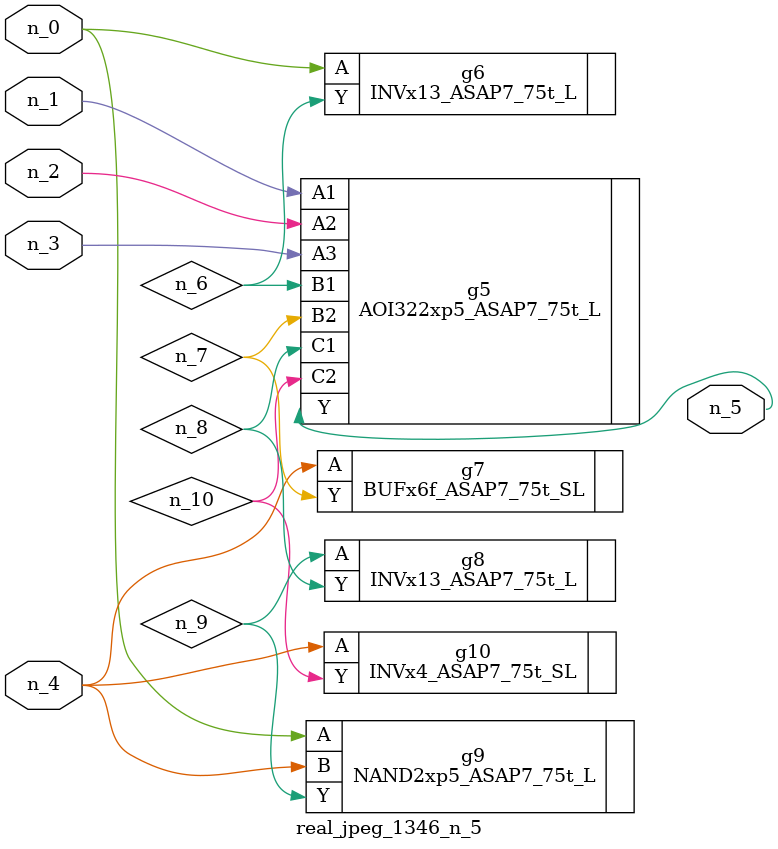
<source format=v>
module real_jpeg_1346_n_5 (n_4, n_0, n_1, n_2, n_3, n_5);

input n_4;
input n_0;
input n_1;
input n_2;
input n_3;

output n_5;

wire n_8;
wire n_6;
wire n_7;
wire n_10;
wire n_9;

INVx13_ASAP7_75t_L g6 ( 
.A(n_0),
.Y(n_6)
);

NAND2xp5_ASAP7_75t_L g9 ( 
.A(n_0),
.B(n_4),
.Y(n_9)
);

AOI322xp5_ASAP7_75t_L g5 ( 
.A1(n_1),
.A2(n_2),
.A3(n_3),
.B1(n_6),
.B2(n_7),
.C1(n_8),
.C2(n_10),
.Y(n_5)
);

BUFx6f_ASAP7_75t_SL g7 ( 
.A(n_4),
.Y(n_7)
);

INVx4_ASAP7_75t_SL g10 ( 
.A(n_4),
.Y(n_10)
);

INVx13_ASAP7_75t_L g8 ( 
.A(n_9),
.Y(n_8)
);


endmodule
</source>
